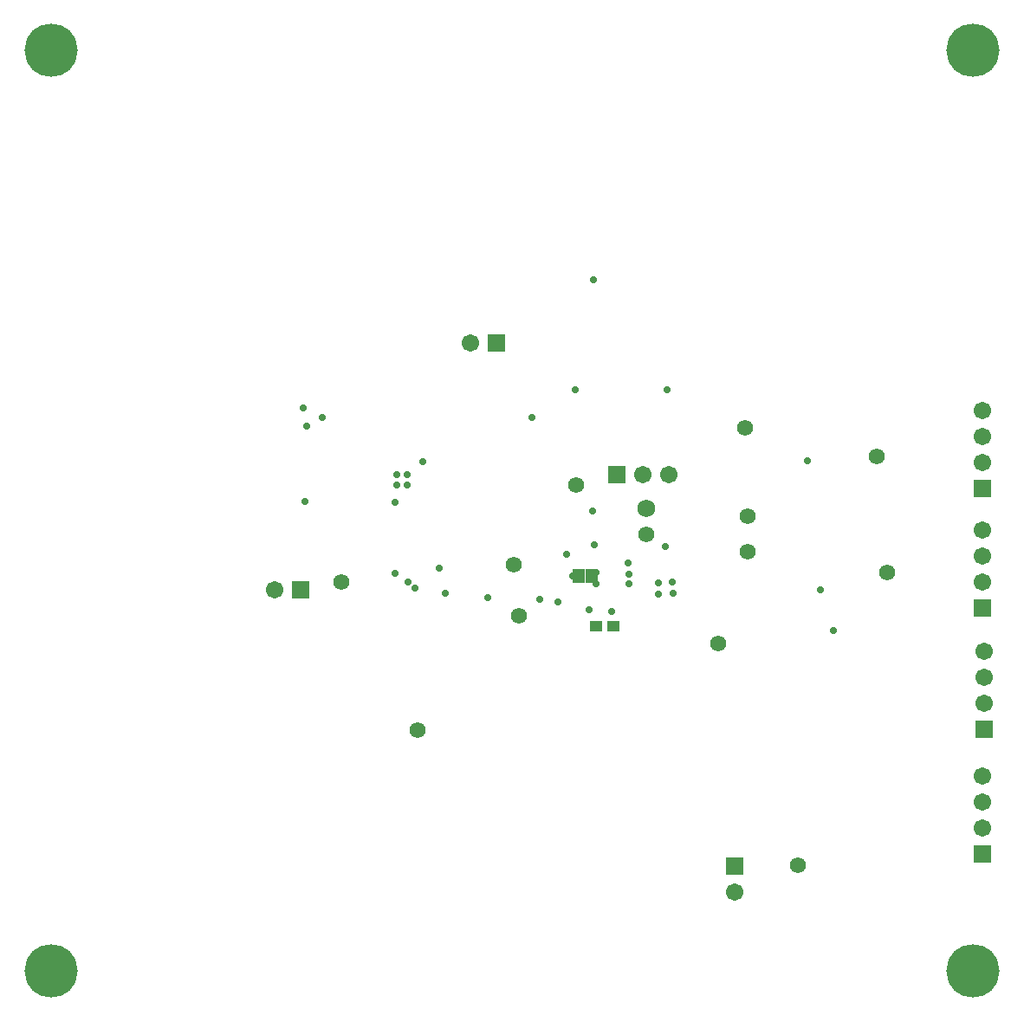
<source format=gbs>
G04*
G04 #@! TF.GenerationSoftware,Altium Limited,Altium Designer,22.2.1 (43)*
G04*
G04 Layer_Color=16711935*
%FSLAX44Y44*%
%MOMM*%
G71*
G04*
G04 #@! TF.SameCoordinates,5CE99453-8E5A-41D3-94B1-68A0E1D8BDBC*
G04*
G04*
G04 #@! TF.FilePolarity,Negative*
G04*
G01*
G75*
%ADD91C,1.7272*%
%ADD92C,1.5700*%
%ADD93C,1.7032*%
%ADD94R,1.7032X1.7032*%
%ADD95R,1.7032X1.7032*%
%ADD96C,5.2032*%
%ADD97C,0.7032*%
%ADD107R,1.1781X1.3562*%
%ADD108R,1.2065X1.0682*%
D91*
X631000Y502000D02*
D03*
D92*
Y477000D02*
D03*
X506000Y397000D02*
D03*
X407111Y285356D02*
D03*
X501000Y447000D02*
D03*
X701000Y370000D02*
D03*
X333000Y430000D02*
D03*
X562000Y525000D02*
D03*
X778728Y153241D02*
D03*
X730000Y495000D02*
D03*
Y460229D02*
D03*
X727000Y581000D02*
D03*
X856000Y552800D02*
D03*
X866000Y440000D02*
D03*
D93*
X717000Y127600D02*
D03*
X959239Y189899D02*
D03*
Y215299D02*
D03*
Y240699D02*
D03*
X961000Y311600D02*
D03*
Y337000D02*
D03*
Y362400D02*
D03*
X959239Y429900D02*
D03*
Y455300D02*
D03*
Y480700D02*
D03*
X959239Y546850D02*
D03*
Y572250D02*
D03*
Y597650D02*
D03*
X652400Y535000D02*
D03*
X627000D02*
D03*
X267900Y422981D02*
D03*
X458600Y664000D02*
D03*
D94*
X717000Y153000D02*
D03*
X959239Y164499D02*
D03*
X961000Y286200D02*
D03*
X959239Y404500D02*
D03*
X959239Y521450D02*
D03*
D95*
X601600Y535000D02*
D03*
X293300Y422981D02*
D03*
X484000Y664000D02*
D03*
D96*
X950000Y50000D02*
D03*
Y950000D02*
D03*
X49000Y50000D02*
D03*
X49000Y950000D02*
D03*
D97*
X649000Y465000D02*
D03*
X614000Y438000D02*
D03*
X613000Y448646D02*
D03*
X295170Y600373D02*
D03*
X544000Y410899D02*
D03*
X527000Y413000D02*
D03*
X657000Y419000D02*
D03*
X656000Y430000D02*
D03*
X643000Y429500D02*
D03*
Y418500D02*
D03*
X559000Y436500D02*
D03*
X575010Y402987D02*
D03*
X614000Y428250D02*
D03*
X597000Y401500D02*
D03*
X297000Y509000D02*
D03*
X385000Y508000D02*
D03*
X582000Y428500D02*
D03*
Y439500D02*
D03*
X386750Y525000D02*
D03*
Y535000D02*
D03*
X396750Y525000D02*
D03*
Y535000D02*
D03*
X561000Y618000D02*
D03*
X428000Y444000D02*
D03*
X519000Y591000D02*
D03*
X788000Y549000D02*
D03*
X579667Y466795D02*
D03*
X476010Y415129D02*
D03*
X398354Y430431D02*
D03*
X405000Y424000D02*
D03*
X385000Y439000D02*
D03*
X412000Y548000D02*
D03*
X579000Y726000D02*
D03*
X651000Y618000D02*
D03*
X553000Y457000D02*
D03*
X433995Y419005D02*
D03*
X578469Y499326D02*
D03*
X801000Y423000D02*
D03*
X814000Y383000D02*
D03*
X299000Y583000D02*
D03*
X314000Y591000D02*
D03*
D107*
X577641Y436000D02*
D03*
X564359D02*
D03*
D108*
X581741Y387000D02*
D03*
X598259D02*
D03*
M02*

</source>
